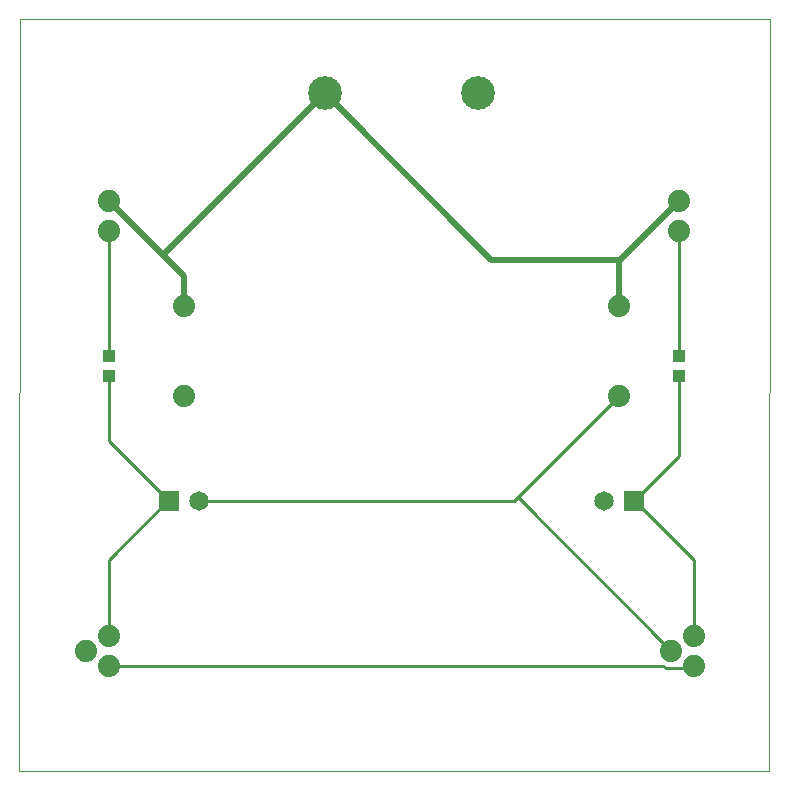
<source format=gtl>
G75*
%MOIN*%
%OFA0B0*%
%FSLAX25Y25*%
%IPPOS*%
%LPD*%
%AMOC8*
5,1,8,0,0,1.08239X$1,22.5*
%
%ADD10C,0.00000*%
%ADD11C,0.11250*%
%ADD12C,0.06500*%
%ADD13R,0.06500X0.06500*%
%ADD14C,0.07400*%
%ADD15R,0.03937X0.04331*%
%ADD16C,0.02000*%
%ADD17C,0.01000*%
D10*
X0001000Y0001000D02*
X0001500Y0251701D01*
X0251421Y0251701D01*
X0250921Y0001000D01*
X0001000Y0001000D01*
D11*
X0103000Y0227000D03*
X0154000Y0227000D03*
D12*
X0196079Y0091000D03*
X0060921Y0091000D03*
D13*
X0051079Y0091000D03*
X0205921Y0091000D03*
D14*
X0201000Y0126000D03*
X0201000Y0156000D03*
X0221000Y0181000D03*
X0221000Y0191000D03*
X0226000Y0046000D03*
X0218500Y0041000D03*
X0226000Y0036000D03*
X0056000Y0126000D03*
X0056000Y0156000D03*
X0031000Y0181000D03*
X0031000Y0191000D03*
X0031000Y0046000D03*
X0023500Y0041000D03*
X0031000Y0036000D03*
D15*
X0031000Y0132654D03*
X0031000Y0139346D03*
X0221000Y0139346D03*
X0221000Y0132654D03*
D16*
X0201000Y0156000D02*
X0201000Y0171000D01*
X0200500Y0171500D01*
X0158500Y0171500D01*
X0103000Y0227000D01*
X0049000Y0173000D01*
X0031000Y0191000D01*
X0049000Y0173000D02*
X0056000Y0166000D01*
X0056000Y0156000D01*
X0201000Y0171000D02*
X0221000Y0191000D01*
D17*
X0221000Y0181000D02*
X0221000Y0139346D01*
X0221000Y0132654D02*
X0221000Y0106000D01*
X0206000Y0091000D01*
X0205921Y0091000D01*
X0206500Y0091000D01*
X0226000Y0071500D01*
X0226000Y0046000D01*
X0218500Y0041000D02*
X0167250Y0092250D01*
X0166000Y0091000D01*
X0060921Y0091000D01*
X0051079Y0091000D02*
X0050500Y0091000D01*
X0031000Y0071500D01*
X0031000Y0046000D01*
X0031000Y0036000D02*
X0216000Y0036000D01*
X0216500Y0035500D01*
X0225500Y0035500D01*
X0226000Y0036000D01*
X0167250Y0092250D02*
X0201000Y0126000D01*
X0051079Y0091000D02*
X0051000Y0091000D01*
X0031000Y0111000D01*
X0031000Y0132654D01*
X0031000Y0139346D02*
X0031000Y0181000D01*
M02*

</source>
